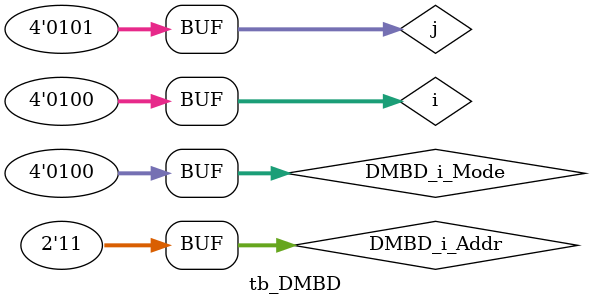
<source format=v>
`timescale 1ns / 1ps


module tb_DMBD;

	// Inputs
	reg [1:0] DMBD_i_Addr;
	reg [3:0] DMBD_i_Mode;

	// Outputs
	wire [3:0] DMBD_o_ByteEn;
	wire DMBD_o_Unaligned;

	// Instantiate the Unit Under Test (UUT)
	DM_BE_Decoder uut (
		.DMBD_i_Addr(DMBD_i_Addr), 
		.DMBD_i_Mode(DMBD_i_Mode), 
		.DMBD_o_Unaligned(DMBD_o_Unaligned),
		.DMBD_o_ByteEn(DMBD_o_ByteEn)
	);

	reg [3:0] i, j;

	initial begin
		// Initialize Inputs
		DMBD_i_Addr = 0;
		DMBD_i_Mode = 0;

		// Wait 100 ns for global reset to finish
		#100;
		
		for(i = 0; i < 4; i = i + 1) begin
			DMBD_i_Addr = i;
			for(j = 0; j < 5; j = j + 1) begin
				#5 DMBD_i_Mode = j;
			end
		end
        
		// Add stimulus here

	end
      
endmodule


</source>
